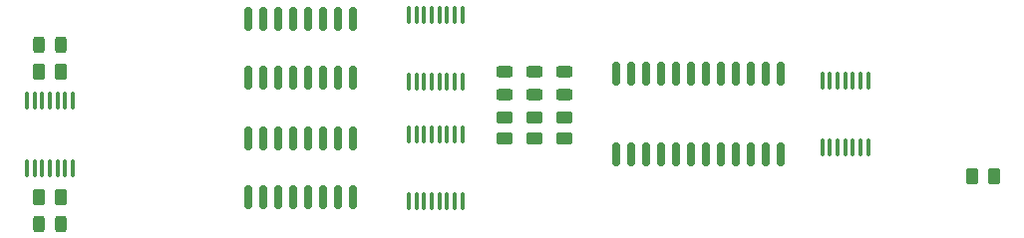
<source format=gbr>
%TF.GenerationSoftware,KiCad,Pcbnew,(6.0.0-0)*%
%TF.CreationDate,2022-02-16T17:51:06-05:00*%
%TF.ProjectId,cpu-input-output-control,6370752d-696e-4707-9574-2d6f75747075,rev?*%
%TF.SameCoordinates,Original*%
%TF.FileFunction,Paste,Top*%
%TF.FilePolarity,Positive*%
%FSLAX46Y46*%
G04 Gerber Fmt 4.6, Leading zero omitted, Abs format (unit mm)*
G04 Created by KiCad (PCBNEW (6.0.0-0)) date 2022-02-16 17:51:06*
%MOMM*%
%LPD*%
G01*
G04 APERTURE LIST*
G04 Aperture macros list*
%AMRoundRect*
0 Rectangle with rounded corners*
0 $1 Rounding radius*
0 $2 $3 $4 $5 $6 $7 $8 $9 X,Y pos of 4 corners*
0 Add a 4 corners polygon primitive as box body*
4,1,4,$2,$3,$4,$5,$6,$7,$8,$9,$2,$3,0*
0 Add four circle primitives for the rounded corners*
1,1,$1+$1,$2,$3*
1,1,$1+$1,$4,$5*
1,1,$1+$1,$6,$7*
1,1,$1+$1,$8,$9*
0 Add four rect primitives between the rounded corners*
20,1,$1+$1,$2,$3,$4,$5,0*
20,1,$1+$1,$4,$5,$6,$7,0*
20,1,$1+$1,$6,$7,$8,$9,0*
20,1,$1+$1,$8,$9,$2,$3,0*%
G04 Aperture macros list end*
%ADD10RoundRect,0.100000X0.100000X-0.637500X0.100000X0.637500X-0.100000X0.637500X-0.100000X-0.637500X0*%
%ADD11RoundRect,0.243750X0.456250X-0.243750X0.456250X0.243750X-0.456250X0.243750X-0.456250X-0.243750X0*%
%ADD12RoundRect,0.250000X-0.450000X0.262500X-0.450000X-0.262500X0.450000X-0.262500X0.450000X0.262500X0*%
%ADD13RoundRect,0.150000X0.150000X-0.825000X0.150000X0.825000X-0.150000X0.825000X-0.150000X-0.825000X0*%
%ADD14RoundRect,0.250000X-0.262500X-0.450000X0.262500X-0.450000X0.262500X0.450000X-0.262500X0.450000X0*%
%ADD15RoundRect,0.243750X-0.243750X-0.456250X0.243750X-0.456250X0.243750X0.456250X-0.243750X0.456250X0*%
%ADD16RoundRect,0.150000X0.150000X-0.837500X0.150000X0.837500X-0.150000X0.837500X-0.150000X-0.837500X0*%
%ADD17RoundRect,0.250000X0.262500X0.450000X-0.262500X0.450000X-0.262500X-0.450000X0.262500X-0.450000X0*%
G04 APERTURE END LIST*
D10*
%TO.C,U6*%
X134885000Y-79824500D03*
X135535000Y-79824500D03*
X136185000Y-79824500D03*
X136835000Y-79824500D03*
X137485000Y-79824500D03*
X138135000Y-79824500D03*
X138785000Y-79824500D03*
X139435000Y-79824500D03*
X139435000Y-74099500D03*
X138785000Y-74099500D03*
X138135000Y-74099500D03*
X137485000Y-74099500D03*
X136835000Y-74099500D03*
X136185000Y-74099500D03*
X135535000Y-74099500D03*
X134885000Y-74099500D03*
%TD*%
D11*
%TO.C,D3*%
X148082000Y-80869000D03*
X148082000Y-78994000D03*
%TD*%
D10*
%TO.C,U2*%
X102450000Y-87166500D03*
X103100000Y-87166500D03*
X103750000Y-87166500D03*
X104400000Y-87166500D03*
X105050000Y-87166500D03*
X105700000Y-87166500D03*
X106350000Y-87166500D03*
X106350000Y-81441500D03*
X105700000Y-81441500D03*
X105050000Y-81441500D03*
X104400000Y-81441500D03*
X103750000Y-81441500D03*
X103100000Y-81441500D03*
X102450000Y-81441500D03*
%TD*%
D12*
%TO.C,R3*%
X145542000Y-82829000D03*
X145542000Y-84654000D03*
%TD*%
D11*
%TO.C,D1*%
X143002000Y-80869000D03*
X143002000Y-78994000D03*
%TD*%
D13*
%TO.C,U8*%
X121285000Y-89597000D03*
X122555000Y-89597000D03*
X123825000Y-89597000D03*
X125095000Y-89597000D03*
X126365000Y-89597000D03*
X127635000Y-89597000D03*
X128905000Y-89597000D03*
X130175000Y-89597000D03*
X130175000Y-84647000D03*
X128905000Y-84647000D03*
X127635000Y-84647000D03*
X126365000Y-84647000D03*
X125095000Y-84647000D03*
X123825000Y-84647000D03*
X122555000Y-84647000D03*
X121285000Y-84647000D03*
%TD*%
D14*
%TO.C,R5*%
X103481500Y-78994000D03*
X105306500Y-78994000D03*
%TD*%
D15*
%TO.C,D4*%
X103456500Y-76708000D03*
X105331500Y-76708000D03*
%TD*%
D10*
%TO.C,U7*%
X134885000Y-89984500D03*
X135535000Y-89984500D03*
X136185000Y-89984500D03*
X136835000Y-89984500D03*
X137485000Y-89984500D03*
X138135000Y-89984500D03*
X138785000Y-89984500D03*
X139435000Y-89984500D03*
X139435000Y-84259500D03*
X138785000Y-84259500D03*
X138135000Y-84259500D03*
X137485000Y-84259500D03*
X136835000Y-84259500D03*
X136185000Y-84259500D03*
X135535000Y-84259500D03*
X134885000Y-84259500D03*
%TD*%
D15*
%TO.C,D5*%
X103455000Y-91916000D03*
X105330000Y-91916000D03*
%TD*%
D14*
%TO.C,R6*%
X103480000Y-89630000D03*
X105305000Y-89630000D03*
%TD*%
D10*
%TO.C,U1*%
X170008000Y-85412500D03*
X170658000Y-85412500D03*
X171308000Y-85412500D03*
X171958000Y-85412500D03*
X172608000Y-85412500D03*
X173258000Y-85412500D03*
X173908000Y-85412500D03*
X173908000Y-79687500D03*
X173258000Y-79687500D03*
X172608000Y-79687500D03*
X171958000Y-79687500D03*
X171308000Y-79687500D03*
X170658000Y-79687500D03*
X170008000Y-79687500D03*
%TD*%
D12*
%TO.C,R4*%
X148082000Y-82829000D03*
X148082000Y-84654000D03*
%TD*%
D16*
%TO.C,U3*%
X152527000Y-86012500D03*
X153797000Y-86012500D03*
X155067000Y-86012500D03*
X156337000Y-86012500D03*
X157607000Y-86012500D03*
X158877000Y-86012500D03*
X160147000Y-86012500D03*
X161417000Y-86012500D03*
X162687000Y-86012500D03*
X163957000Y-86012500D03*
X165227000Y-86012500D03*
X166497000Y-86012500D03*
X166497000Y-79087500D03*
X165227000Y-79087500D03*
X163957000Y-79087500D03*
X162687000Y-79087500D03*
X161417000Y-79087500D03*
X160147000Y-79087500D03*
X158877000Y-79087500D03*
X157607000Y-79087500D03*
X156337000Y-79087500D03*
X155067000Y-79087500D03*
X153797000Y-79087500D03*
X152527000Y-79087500D03*
%TD*%
D17*
%TO.C,R1*%
X184554500Y-87884000D03*
X182729500Y-87884000D03*
%TD*%
D11*
%TO.C,D2*%
X145542000Y-80869000D03*
X145542000Y-78994000D03*
%TD*%
D13*
%TO.C,U5*%
X121285000Y-79437000D03*
X122555000Y-79437000D03*
X123825000Y-79437000D03*
X125095000Y-79437000D03*
X126365000Y-79437000D03*
X127635000Y-79437000D03*
X128905000Y-79437000D03*
X130175000Y-79437000D03*
X130175000Y-74487000D03*
X128905000Y-74487000D03*
X127635000Y-74487000D03*
X126365000Y-74487000D03*
X125095000Y-74487000D03*
X123825000Y-74487000D03*
X122555000Y-74487000D03*
X121285000Y-74487000D03*
%TD*%
D12*
%TO.C,R2*%
X143002000Y-82829000D03*
X143002000Y-84654000D03*
%TD*%
M02*

</source>
